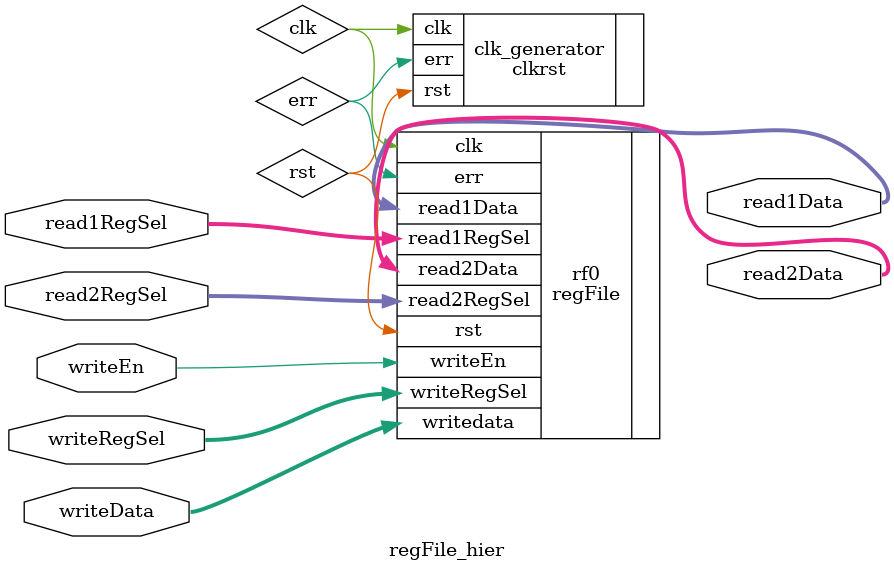
<source format=v>
/*
   CS/ECE 552, Fall '22
   Homework #3, Problem #1
  
   Wrapper module around 8x16b register file.

   YOU SHALL NOT EDIT THIS FILE. ANY CHANGES TO THIS FILE WILL
   RESULT IN ZERO FOR THIS PROBLEM.
*/
module regFile_hier (
                     // Outputs
                     read1Data, read2Data, 
                     // Inputs
                     read1RegSel, read2RegSel, writeRegSel, writeData, writeEn
                     );

   input [2:0]  read1RegSel;
   input [2:0]  read2RegSel;
   input [2:0]  writeRegSel;
   input [15:0] writeData;
   input        writeEn;

   output [15:0] read1Data;
   output [15:0] read2Data;

   wire          clk, rst;
   wire          err;

   // Ignore err for now
   clkrst clk_generator(.clk(clk), .rst(rst), .err(err) );
   regFile rf0 (
                // Outputs
                .read1Data                    (read1Data[15:0]),
                .read2Data                    (read2Data[15:0]),
                .err                          (err),
                // Inputs
                .clk                          (clk),
                .rst                          (rst),
                .read1RegSel                  (read1RegSel[2:0]),
                .read2RegSel                  (read2RegSel[2:0]),
                .writeRegSel                  (writeRegSel[2:0]),
                .writedata                    (writeData[15:0]),
                .writeEn                      (writeEn));

endmodule

</source>
